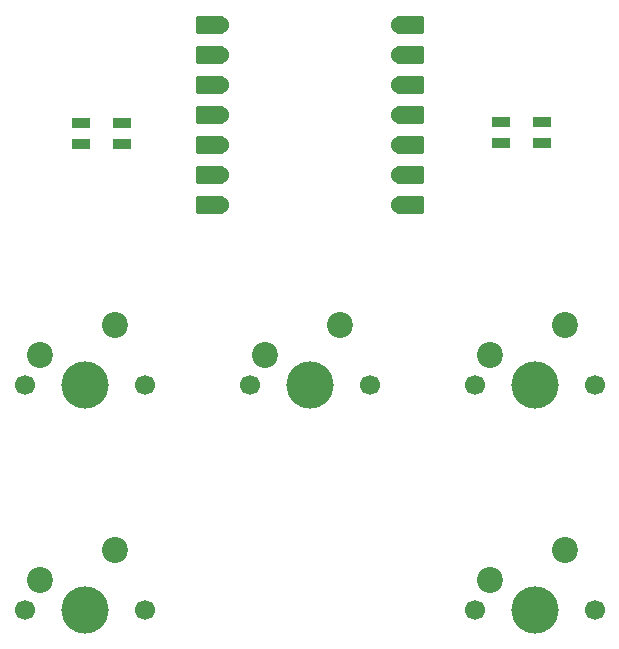
<source format=gbr>
%TF.GenerationSoftware,KiCad,Pcbnew,9.0.2*%
%TF.CreationDate,2025-07-03T17:25:43-07:00*%
%TF.ProjectId,new_proj,6e65775f-7072-46f6-9a2e-6b696361645f,rev?*%
%TF.SameCoordinates,Original*%
%TF.FileFunction,Soldermask,Top*%
%TF.FilePolarity,Negative*%
%FSLAX46Y46*%
G04 Gerber Fmt 4.6, Leading zero omitted, Abs format (unit mm)*
G04 Created by KiCad (PCBNEW 9.0.2) date 2025-07-03 17:25:43*
%MOMM*%
%LPD*%
G01*
G04 APERTURE LIST*
G04 Aperture macros list*
%AMRoundRect*
0 Rectangle with rounded corners*
0 $1 Rounding radius*
0 $2 $3 $4 $5 $6 $7 $8 $9 X,Y pos of 4 corners*
0 Add a 4 corners polygon primitive as box body*
4,1,4,$2,$3,$4,$5,$6,$7,$8,$9,$2,$3,0*
0 Add four circle primitives for the rounded corners*
1,1,$1+$1,$2,$3*
1,1,$1+$1,$4,$5*
1,1,$1+$1,$6,$7*
1,1,$1+$1,$8,$9*
0 Add four rect primitives between the rounded corners*
20,1,$1+$1,$2,$3,$4,$5,0*
20,1,$1+$1,$4,$5,$6,$7,0*
20,1,$1+$1,$6,$7,$8,$9,0*
20,1,$1+$1,$8,$9,$2,$3,0*%
G04 Aperture macros list end*
%ADD10C,1.700000*%
%ADD11C,4.000000*%
%ADD12C,2.200000*%
%ADD13R,1.600000X0.850000*%
%ADD14RoundRect,0.152400X1.063600X0.609600X-1.063600X0.609600X-1.063600X-0.609600X1.063600X-0.609600X0*%
%ADD15C,1.524000*%
%ADD16RoundRect,0.152400X-1.063600X-0.609600X1.063600X-0.609600X1.063600X0.609600X-1.063600X0.609600X0*%
G04 APERTURE END LIST*
D10*
%TO.C,SW1*%
X88820000Y-63400000D03*
D11*
X93900000Y-63400000D03*
D10*
X98980000Y-63400000D03*
D12*
X96440000Y-58320000D03*
X90090000Y-60860000D03*
%TD*%
D13*
%TO.C,D1*%
X91050000Y-41125000D03*
X91050000Y-42875000D03*
X94550000Y-42875000D03*
X94550000Y-41125000D03*
%TD*%
%TO.C,D2*%
X55450000Y-41225000D03*
X55450000Y-42975000D03*
X58950000Y-42975000D03*
X58950000Y-41225000D03*
%TD*%
D10*
%TO.C,SW5*%
X50720000Y-82450000D03*
D11*
X55800000Y-82450000D03*
D10*
X60880000Y-82450000D03*
D12*
X58340000Y-77370000D03*
X51990000Y-79910000D03*
%TD*%
D10*
%TO.C,SW4*%
X88820000Y-82450000D03*
D11*
X93900000Y-82450000D03*
D10*
X98980000Y-82450000D03*
D12*
X96440000Y-77370000D03*
X90090000Y-79910000D03*
%TD*%
D10*
%TO.C,SW3*%
X50720000Y-63400000D03*
D11*
X55800000Y-63400000D03*
D10*
X60880000Y-63400000D03*
D12*
X58340000Y-58320000D03*
X51990000Y-60860000D03*
%TD*%
D10*
%TO.C,SW2*%
X69770000Y-63400000D03*
D11*
X74850000Y-63400000D03*
D10*
X79930000Y-63400000D03*
D12*
X77390000Y-58320000D03*
X71040000Y-60860000D03*
%TD*%
D14*
%TO.C,U1*%
X66425000Y-32900000D03*
D15*
X67260000Y-32900000D03*
D14*
X66425000Y-35440000D03*
D15*
X67260000Y-35440000D03*
D14*
X66425000Y-37980000D03*
D15*
X67260000Y-37980000D03*
D14*
X66425000Y-40520000D03*
D15*
X67260000Y-40520000D03*
D14*
X66425000Y-43060000D03*
D15*
X67260000Y-43060000D03*
D14*
X66425000Y-45600000D03*
D15*
X67260000Y-45600000D03*
D14*
X66425000Y-48140000D03*
D15*
X67260000Y-48140000D03*
X82500000Y-48140000D03*
D16*
X83335000Y-48140000D03*
D15*
X82500000Y-45600000D03*
D16*
X83335000Y-45600000D03*
D15*
X82500000Y-43060000D03*
D16*
X83335000Y-43060000D03*
D15*
X82500000Y-40520000D03*
D16*
X83335000Y-40520000D03*
D15*
X82500000Y-37980000D03*
D16*
X83335000Y-37980000D03*
D15*
X82500000Y-35440000D03*
D16*
X83335000Y-35440000D03*
D15*
X82500000Y-32900000D03*
D16*
X83335000Y-32900000D03*
%TD*%
M02*

</source>
